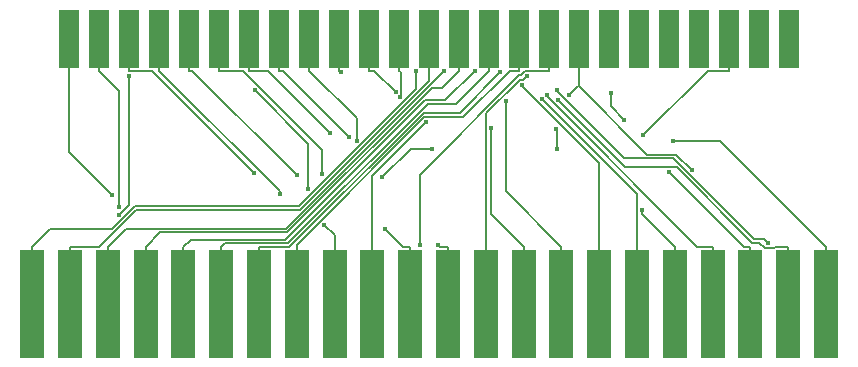
<source format=gbl>
G04 #@! TF.GenerationSoftware,KiCad,Pcbnew,(5.1.7)-1*
G04 #@! TF.CreationDate,2023-02-17T11:25:34-08:00*
G04 #@! TF.ProjectId,sms2mk3,736d7332-6d6b-4332-9e6b-696361645f70,rev?*
G04 #@! TF.SameCoordinates,Original*
G04 #@! TF.FileFunction,Copper,L2,Bot*
G04 #@! TF.FilePolarity,Positive*
%FSLAX46Y46*%
G04 Gerber Fmt 4.6, Leading zero omitted, Abs format (unit mm)*
G04 Created by KiCad (PCBNEW (5.1.7)-1) date 2023-02-17 11:25:34*
%MOMM*%
%LPD*%
G01*
G04 APERTURE LIST*
G04 #@! TA.AperFunction,SMDPad,CuDef*
%ADD10R,1.750000X5.000000*%
G04 #@! TD*
G04 #@! TA.AperFunction,SMDPad,CuDef*
%ADD11R,2.000000X9.200000*%
G04 #@! TD*
G04 #@! TA.AperFunction,ViaPad*
%ADD12C,0.381000*%
G04 #@! TD*
G04 #@! TA.AperFunction,Conductor*
%ADD13C,0.152400*%
G04 #@! TD*
G04 APERTURE END LIST*
D10*
X204735000Y-90180000D03*
X202195000Y-90180000D03*
X199655000Y-90180000D03*
X197115000Y-90180000D03*
X194575000Y-90180000D03*
X192035000Y-90180000D03*
X189495000Y-90180000D03*
X186955000Y-90180000D03*
X184415000Y-90180000D03*
X181875000Y-90180000D03*
X179335000Y-90180000D03*
X176795000Y-90180000D03*
X174255000Y-90180000D03*
X171715000Y-90180000D03*
X169175000Y-90180000D03*
X166635000Y-90180000D03*
X164095000Y-90180000D03*
X161555000Y-90180000D03*
X159015000Y-90180000D03*
X156475000Y-90180000D03*
X153935000Y-90180000D03*
X151395000Y-90180000D03*
X148855000Y-90180000D03*
X146315000Y-90180000D03*
X143775000Y-90180000D03*
D11*
X207850000Y-112650000D03*
X204650000Y-112650000D03*
X201450000Y-112650000D03*
X198250000Y-112650000D03*
X195050000Y-112650000D03*
X191850000Y-112650000D03*
X188650000Y-112650000D03*
X185450000Y-112650000D03*
X182250000Y-112650000D03*
X179050000Y-112650000D03*
X175850000Y-112650000D03*
X172650000Y-112650000D03*
X169450000Y-112650000D03*
X166250000Y-112650000D03*
X163050000Y-112650000D03*
X159850000Y-112650000D03*
X156650000Y-112650000D03*
X153450000Y-112650000D03*
X150250000Y-112650000D03*
X147050000Y-112650000D03*
X143850000Y-112650000D03*
X140650000Y-112650000D03*
D12*
X165901400Y-98214300D03*
X194883500Y-98812900D03*
X185155800Y-95413600D03*
X167503800Y-98522400D03*
X194591700Y-101487000D03*
X184224600Y-94948100D03*
X168106700Y-98823700D03*
X192287000Y-104692700D03*
X171433400Y-94726700D03*
X183784800Y-95263300D03*
X182083400Y-94082700D03*
X171819800Y-95146100D03*
X180757000Y-95434900D03*
X179481000Y-97720200D03*
X182536200Y-93344200D03*
X163035800Y-101744900D03*
X175017000Y-107657300D03*
X165174400Y-101655600D03*
X170523500Y-106310300D03*
X174003600Y-97271100D03*
X161598500Y-103334100D03*
X165374300Y-105963600D03*
X180293700Y-93028400D03*
X178101600Y-92908900D03*
X175513500Y-92908900D03*
X173109600Y-92908900D03*
X185067000Y-94512200D03*
X202931700Y-107492500D03*
X166805000Y-93029300D03*
X190780000Y-97050000D03*
X189630000Y-94800000D03*
X186106400Y-94973500D03*
X196482600Y-101302800D03*
X159451900Y-101566800D03*
X173444000Y-107698200D03*
X159481100Y-94565300D03*
X164013200Y-102929100D03*
X174500000Y-99500000D03*
X185060000Y-99510000D03*
X184990000Y-97840000D03*
X170290000Y-101898400D03*
X147364800Y-103400100D03*
X148009300Y-104472100D03*
X148855000Y-93328400D03*
X147979300Y-105115200D03*
X192390900Y-98382500D03*
D13*
X207850000Y-107821100D02*
X198841800Y-98812900D01*
X198841800Y-98812900D02*
X194883500Y-98812900D01*
X159015000Y-92908900D02*
X160596000Y-92908900D01*
X160596000Y-92908900D02*
X165901400Y-98214300D01*
X159015000Y-90180000D02*
X159015000Y-92908900D01*
X207850000Y-112650000D02*
X207850000Y-107821100D01*
X204650000Y-112650000D02*
X204650000Y-107821100D01*
X204650000Y-107821100D02*
X203530300Y-107821100D01*
X203530300Y-107821100D02*
X203421100Y-107930300D01*
X203421100Y-107930300D02*
X202657400Y-107930300D01*
X202657400Y-107930300D02*
X202219600Y-107492500D01*
X202219600Y-107492500D02*
X201622100Y-107492500D01*
X201622100Y-107492500D02*
X195197200Y-101067600D01*
X195197200Y-101067600D02*
X190809800Y-101067600D01*
X190809800Y-101067600D02*
X185155800Y-95413600D01*
X201450000Y-107821100D02*
X200925800Y-107821100D01*
X200925800Y-107821100D02*
X194591700Y-101487000D01*
X161555000Y-92908900D02*
X161890300Y-92908900D01*
X161890300Y-92908900D02*
X167503800Y-98522400D01*
X161555000Y-90180000D02*
X161555000Y-92908900D01*
X201450000Y-112650000D02*
X201450000Y-107821100D01*
X184224600Y-94948100D02*
X184224600Y-95075600D01*
X184224600Y-95075600D02*
X196970100Y-107821100D01*
X196970100Y-107821100D02*
X198250000Y-107821100D01*
X198250000Y-112650000D02*
X198250000Y-107821100D01*
X164095000Y-92908900D02*
X168106700Y-96920600D01*
X168106700Y-96920600D02*
X168106700Y-98823700D01*
X195050000Y-107821100D02*
X192287000Y-105058100D01*
X192287000Y-105058100D02*
X192287000Y-104692700D01*
X195050000Y-112650000D02*
X195050000Y-107821100D01*
X164095000Y-90180000D02*
X164095000Y-92908900D01*
X191850000Y-107821100D02*
X191850000Y-103328500D01*
X191850000Y-103328500D02*
X183784800Y-95263300D01*
X169175000Y-92908900D02*
X169615600Y-92908900D01*
X169615600Y-92908900D02*
X171433400Y-94726700D01*
X169175000Y-90180000D02*
X169175000Y-92908900D01*
X191850000Y-112650000D02*
X191850000Y-107821100D01*
X182083400Y-94082700D02*
X182083400Y-94177400D01*
X182083400Y-94177400D02*
X188650000Y-100744000D01*
X188650000Y-100744000D02*
X188650000Y-112650000D01*
X185450000Y-107821100D02*
X180757000Y-103128100D01*
X180757000Y-103128100D02*
X180757000Y-95434900D01*
X171715000Y-92908900D02*
X171854400Y-93048300D01*
X171854400Y-93048300D02*
X171854400Y-95111500D01*
X171854400Y-95111500D02*
X171819800Y-95146100D01*
X185450000Y-112650000D02*
X185450000Y-107821100D01*
X171715000Y-90180000D02*
X171715000Y-92908900D01*
X182250000Y-107821100D02*
X179481000Y-105052100D01*
X179481000Y-105052100D02*
X179481000Y-97720200D01*
X182250000Y-112650000D02*
X182250000Y-107821100D01*
X182536200Y-93344200D02*
X182217100Y-93663300D01*
X182217100Y-93663300D02*
X181909600Y-93663300D01*
X181909600Y-93663300D02*
X179050000Y-96522900D01*
X179050000Y-96522900D02*
X179050000Y-107821100D01*
X179050000Y-112650000D02*
X179050000Y-107821100D01*
X175850000Y-112650000D02*
X175850000Y-107821100D01*
X153935000Y-90180000D02*
X153935000Y-92908900D01*
X163035800Y-101744900D02*
X154199800Y-92908900D01*
X154199800Y-92908900D02*
X153935000Y-92908900D01*
X175850000Y-107821100D02*
X175180800Y-107821100D01*
X175180800Y-107821100D02*
X175017000Y-107657300D01*
X172650000Y-112650000D02*
X172650000Y-107821100D01*
X156475000Y-90180000D02*
X156475000Y-92908900D01*
X165174400Y-101655600D02*
X165174400Y-99614300D01*
X165174400Y-99614300D02*
X158469000Y-92908900D01*
X158469000Y-92908900D02*
X156475000Y-92908900D01*
X172650000Y-107821100D02*
X172034300Y-107821100D01*
X172034300Y-107821100D02*
X170523500Y-106310300D01*
X169450000Y-101824700D02*
X174003600Y-97271100D01*
X169450000Y-112650000D02*
X169450000Y-101824700D01*
X166250000Y-107821100D02*
X166250000Y-106839300D01*
X166250000Y-106839300D02*
X165374300Y-105963600D01*
X166250000Y-112650000D02*
X166250000Y-107821100D01*
X151395000Y-92908900D02*
X161598500Y-103112400D01*
X161598500Y-103112400D02*
X161598500Y-103334100D01*
X151395000Y-90180000D02*
X151395000Y-92908900D01*
X181875000Y-92908900D02*
X181066100Y-92908900D01*
X181066100Y-92908900D02*
X177123300Y-96851700D01*
X177123300Y-96851700D02*
X173829800Y-96851700D01*
X173829800Y-96851700D02*
X163050000Y-107631500D01*
X163050000Y-107631500D02*
X163050000Y-107821100D01*
X181875000Y-90180000D02*
X181875000Y-92908900D01*
X163050000Y-112650000D02*
X163050000Y-107821100D01*
X180293700Y-93028400D02*
X176873600Y-96448500D01*
X176873600Y-96448500D02*
X173801400Y-96448500D01*
X173801400Y-96448500D02*
X162428800Y-107821100D01*
X162428800Y-107821100D02*
X159850000Y-107821100D01*
X159850000Y-112650000D02*
X159850000Y-107821100D01*
X179335000Y-92908900D02*
X176562400Y-95681500D01*
X176562400Y-95681500D02*
X174136800Y-95681500D01*
X174136800Y-95681500D02*
X162302300Y-107516000D01*
X162302300Y-107516000D02*
X156955100Y-107516000D01*
X156955100Y-107516000D02*
X156650000Y-107821100D01*
X156650000Y-112650000D02*
X156650000Y-107821100D01*
X179335000Y-90180000D02*
X179335000Y-92908900D01*
X178101600Y-92908900D02*
X175634200Y-95376300D01*
X175634200Y-95376300D02*
X173909500Y-95376300D01*
X173909500Y-95376300D02*
X162075000Y-107210800D01*
X162075000Y-107210800D02*
X154060300Y-107210800D01*
X154060300Y-107210800D02*
X153450000Y-107821100D01*
X153450000Y-112650000D02*
X153450000Y-107821100D01*
X176795000Y-92908900D02*
X175310700Y-94393200D01*
X175310700Y-94393200D02*
X174460900Y-94393200D01*
X174460900Y-94393200D02*
X162253400Y-106600700D01*
X162253400Y-106600700D02*
X151470400Y-106600700D01*
X151470400Y-106600700D02*
X150250000Y-107821100D01*
X150250000Y-112650000D02*
X150250000Y-107821100D01*
X176795000Y-90180000D02*
X176795000Y-92908900D01*
X175513500Y-92908900D02*
X162126900Y-106295500D01*
X162126900Y-106295500D02*
X148575600Y-106295500D01*
X148575600Y-106295500D02*
X147050000Y-107821100D01*
X147050000Y-112650000D02*
X147050000Y-107821100D01*
X174255000Y-92908900D02*
X174255000Y-93735800D01*
X174255000Y-93735800D02*
X163330000Y-104660800D01*
X163330000Y-104660800D02*
X149471900Y-104660800D01*
X149471900Y-104660800D02*
X146311600Y-107821100D01*
X146311600Y-107821100D02*
X143850000Y-107821100D01*
X174255000Y-90180000D02*
X174255000Y-92908900D01*
X143850000Y-112650000D02*
X143850000Y-107821100D01*
X173109600Y-92908900D02*
X173109600Y-94449600D01*
X173109600Y-94449600D02*
X163203500Y-104355700D01*
X163203500Y-104355700D02*
X149345400Y-104355700D01*
X149345400Y-104355700D02*
X147412900Y-106288200D01*
X147412900Y-106288200D02*
X142182900Y-106288200D01*
X142182900Y-106288200D02*
X140650000Y-107821100D01*
X140650000Y-112650000D02*
X140650000Y-107821100D01*
X202931700Y-107492500D02*
X202626600Y-107187400D01*
X202626600Y-107187400D02*
X201748700Y-107187400D01*
X201748700Y-107187400D02*
X194895700Y-100334400D01*
X194895700Y-100334400D02*
X190781000Y-100334400D01*
X190781000Y-100334400D02*
X185067000Y-94620400D01*
X185067000Y-94620400D02*
X185067000Y-94512200D01*
X166805000Y-93029300D02*
X166684600Y-92908900D01*
X166684600Y-92908900D02*
X166635000Y-92908900D01*
X166635000Y-90180000D02*
X166635000Y-92908900D01*
X189630000Y-95900000D02*
X189630000Y-94800000D01*
X190780000Y-97050000D02*
X189630000Y-95900000D01*
X186955000Y-94231600D02*
X192721900Y-99998500D01*
X192721900Y-99998500D02*
X195178300Y-99998500D01*
X195178300Y-99998500D02*
X196482600Y-101302800D01*
X186955000Y-94231600D02*
X186848300Y-94231600D01*
X186848300Y-94231600D02*
X186106400Y-94973500D01*
X186955000Y-92908900D02*
X186955000Y-94231600D01*
X186955000Y-90180000D02*
X186955000Y-92908900D01*
X148855000Y-92908900D02*
X150794000Y-92908900D01*
X150794000Y-92908900D02*
X159451900Y-101566800D01*
X148855000Y-90180000D02*
X148855000Y-92908900D01*
X184415000Y-92908900D02*
X182367000Y-92908900D01*
X182367000Y-92908900D02*
X181996000Y-93279900D01*
X181996000Y-93279900D02*
X181861400Y-93279900D01*
X181861400Y-93279900D02*
X173444000Y-101697300D01*
X173444000Y-101697300D02*
X173444000Y-107698200D01*
X184415000Y-90180000D02*
X184415000Y-92908900D01*
X159481100Y-94565300D02*
X164013200Y-99097400D01*
X164013200Y-99097400D02*
X164013200Y-102929100D01*
X172688400Y-99500000D02*
X174500000Y-99500000D01*
X170290000Y-101898400D02*
X172688400Y-99500000D01*
X185060000Y-97910000D02*
X184990000Y-97840000D01*
X185060000Y-99510000D02*
X185060000Y-97910000D01*
X147364800Y-103400100D02*
X143775000Y-99810300D01*
X143775000Y-99810300D02*
X143775000Y-90180000D01*
X146315000Y-92908900D02*
X148009300Y-94603200D01*
X148009300Y-94603200D02*
X148009300Y-104472100D01*
X146315000Y-90180000D02*
X146315000Y-92908900D01*
X147979300Y-105115200D02*
X148855000Y-104239500D01*
X148855000Y-104239500D02*
X148855000Y-93328400D01*
X199655000Y-92908900D02*
X197864500Y-92908900D01*
X197864500Y-92908900D02*
X192390900Y-98382500D01*
X199655000Y-90180000D02*
X199655000Y-92908900D01*
M02*

</source>
